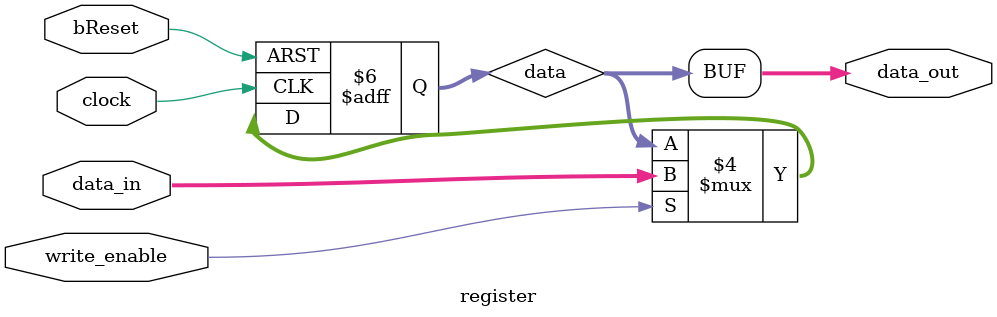
<source format=v>
`timescale 1ns / 1ps


module register(
    input [7:0] data_in,
    output [7:0] data_out,
    input clock,
    input write_enable,
    input bReset
    );
    
reg [7:0]data;
assign data_out = data;

always@(posedge clock, negedge bReset)
begin
    if( !bReset )
        data = 0;
    else if( write_enable )
        data = data_in;
end

endmodule

</source>
